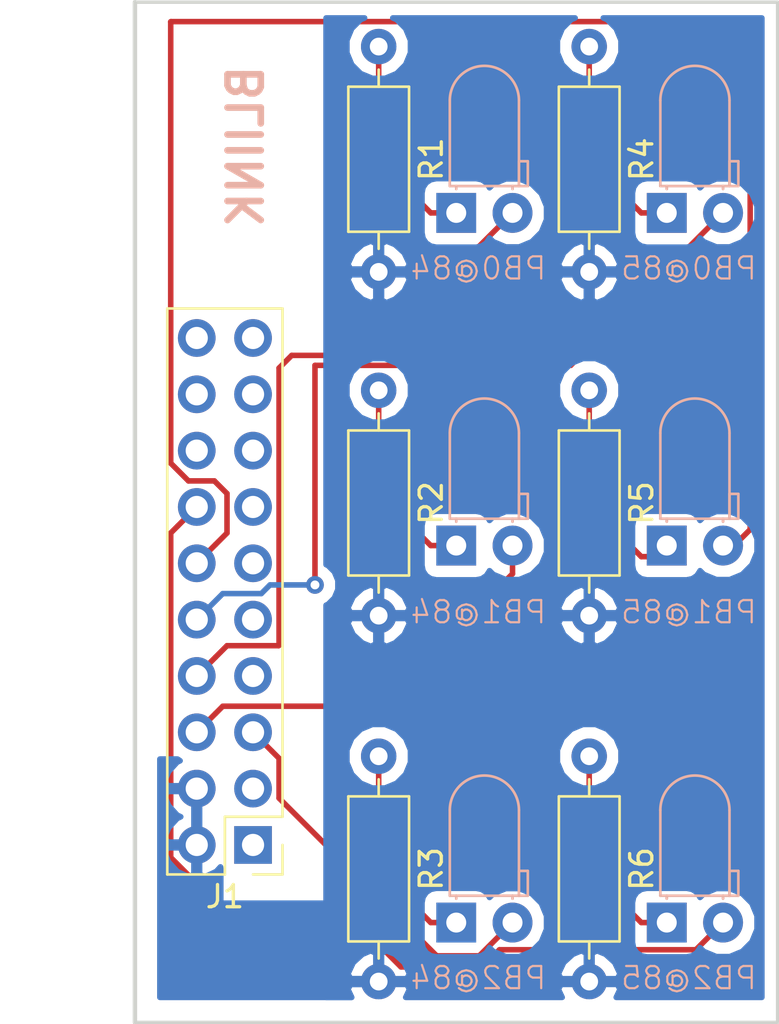
<source format=kicad_pcb>
(kicad_pcb (version 20171130) (host pcbnew 5.0.2-bee76a0~70~ubuntu18.04.1)

  (general
    (thickness 1.6)
    (drawings 11)
    (tracks 67)
    (zones 0)
    (modules 13)
    (nets 26)
  )

  (page A4)
  (layers
    (0 F.Cu signal)
    (31 B.Cu signal)
    (32 B.Adhes user)
    (33 F.Adhes user)
    (34 B.Paste user)
    (35 F.Paste user)
    (36 B.SilkS user)
    (37 F.SilkS user)
    (38 B.Mask user)
    (39 F.Mask user)
    (40 Dwgs.User user)
    (41 Cmts.User user)
    (42 Eco1.User user)
    (43 Eco2.User user)
    (44 Edge.Cuts user)
    (45 Margin user)
    (46 B.CrtYd user)
    (47 F.CrtYd user)
    (48 B.Fab user)
    (49 F.Fab user)
  )

  (setup
    (last_trace_width 0.25)
    (trace_clearance 0.2)
    (zone_clearance 0.508)
    (zone_45_only no)
    (trace_min 0.2)
    (segment_width 0.2)
    (edge_width 0.15)
    (via_size 0.8)
    (via_drill 0.4)
    (via_min_size 0.4)
    (via_min_drill 0.3)
    (uvia_size 0.3)
    (uvia_drill 0.1)
    (uvias_allowed no)
    (uvia_min_size 0.2)
    (uvia_min_drill 0.1)
    (pcb_text_width 0.3)
    (pcb_text_size 1.5 1.5)
    (mod_edge_width 0.15)
    (mod_text_size 1 1)
    (mod_text_width 0.15)
    (pad_size 1.524 1.524)
    (pad_drill 0.762)
    (pad_to_mask_clearance 0.051)
    (solder_mask_min_width 0.25)
    (aux_axis_origin 0 0)
    (visible_elements FFFFFF7F)
    (pcbplotparams
      (layerselection 0x010fc_ffffffff)
      (usegerberextensions false)
      (usegerberattributes false)
      (usegerberadvancedattributes false)
      (creategerberjobfile false)
      (excludeedgelayer true)
      (linewidth 0.100000)
      (plotframeref false)
      (viasonmask false)
      (mode 1)
      (useauxorigin false)
      (hpglpennumber 1)
      (hpglpenspeed 20)
      (hpglpendiameter 15.000000)
      (psnegative false)
      (psa4output false)
      (plotreference true)
      (plotvalue true)
      (plotinvisibletext false)
      (padsonsilk false)
      (subtractmaskfromsilk false)
      (outputformat 1)
      (mirror false)
      (drillshape 1)
      (scaleselection 1)
      (outputdirectory ""))
  )

  (net 0 "")
  (net 1 /ATtiny84_PA6)
  (net 2 GND)
  (net 3 /ATtiny84_PA7)
  (net 4 /ATtiny84_PB2)
  (net 5 /ATtiny84_PB1)
  (net 6 /ATtiny84_PA5)
  (net 7 /ATtiny84_PB0)
  (net 8 /ATtiny84_PA4)
  (net 9 /ATtiny85_PB0)
  (net 10 /ATtiny84_PA3)
  (net 11 /ATtiny85_PB1)
  (net 12 /ATtiny84_PA2)
  (net 13 /ATtiny85_PB2)
  (net 14 /ATtiny84_PA1)
  (net 15 /ATtiny85_PB4)
  (net 16 /ATtiny84_PA0)
  (net 17 /ATtiny85_PB3)
  (net 18 +5V)
  (net 19 +3V3)
  (net 20 "Net-(D1-Pad1)")
  (net 21 "Net-(D2-Pad1)")
  (net 22 "Net-(D3-Pad1)")
  (net 23 "Net-(D4-Pad1)")
  (net 24 "Net-(D5-Pad1)")
  (net 25 "Net-(D6-Pad1)")

  (net_class Default "This is the default net class."
    (clearance 0.2)
    (trace_width 0.25)
    (via_dia 0.8)
    (via_drill 0.4)
    (uvia_dia 0.3)
    (uvia_drill 0.1)
    (add_net +3V3)
    (add_net +5V)
    (add_net /ATtiny84_PA0)
    (add_net /ATtiny84_PA1)
    (add_net /ATtiny84_PA2)
    (add_net /ATtiny84_PA3)
    (add_net /ATtiny84_PA4)
    (add_net /ATtiny84_PA5)
    (add_net /ATtiny84_PA6)
    (add_net /ATtiny84_PA7)
    (add_net /ATtiny84_PB0)
    (add_net /ATtiny84_PB1)
    (add_net /ATtiny84_PB2)
    (add_net /ATtiny85_PB0)
    (add_net /ATtiny85_PB1)
    (add_net /ATtiny85_PB2)
    (add_net /ATtiny85_PB3)
    (add_net /ATtiny85_PB4)
    (add_net GND)
    (add_net "Net-(D1-Pad1)")
    (add_net "Net-(D2-Pad1)")
    (add_net "Net-(D3-Pad1)")
    (add_net "Net-(D4-Pad1)")
    (add_net "Net-(D5-Pad1)")
    (add_net "Net-(D6-Pad1)")
  )

  (module Connector_PinHeader_2.54mm:PinHeader_2x10_P2.54mm_Vertical (layer F.Cu) (tedit 59FED5CC) (tstamp 5C9C4111)
    (at 140.33 78 180)
    (descr "Through hole straight pin header, 2x10, 2.54mm pitch, double rows")
    (tags "Through hole pin header THT 2x10 2.54mm double row")
    (path /5CD86BAC)
    (fp_text reference J1 (at 1.27 -2.33 180) (layer F.SilkS)
      (effects (font (size 1 1) (thickness 0.15)))
    )
    (fp_text value "Daughter Board Connector" (at 1.27 25.19 180) (layer F.Fab)
      (effects (font (size 1 1) (thickness 0.15)))
    )
    (fp_line (start 0 -1.27) (end 3.81 -1.27) (layer F.Fab) (width 0.1))
    (fp_line (start 3.81 -1.27) (end 3.81 24.13) (layer F.Fab) (width 0.1))
    (fp_line (start 3.81 24.13) (end -1.27 24.13) (layer F.Fab) (width 0.1))
    (fp_line (start -1.27 24.13) (end -1.27 0) (layer F.Fab) (width 0.1))
    (fp_line (start -1.27 0) (end 0 -1.27) (layer F.Fab) (width 0.1))
    (fp_line (start -1.33 24.19) (end 3.87 24.19) (layer F.SilkS) (width 0.12))
    (fp_line (start -1.33 1.27) (end -1.33 24.19) (layer F.SilkS) (width 0.12))
    (fp_line (start 3.87 -1.33) (end 3.87 24.19) (layer F.SilkS) (width 0.12))
    (fp_line (start -1.33 1.27) (end 1.27 1.27) (layer F.SilkS) (width 0.12))
    (fp_line (start 1.27 1.27) (end 1.27 -1.33) (layer F.SilkS) (width 0.12))
    (fp_line (start 1.27 -1.33) (end 3.87 -1.33) (layer F.SilkS) (width 0.12))
    (fp_line (start -1.33 0) (end -1.33 -1.33) (layer F.SilkS) (width 0.12))
    (fp_line (start -1.33 -1.33) (end 0 -1.33) (layer F.SilkS) (width 0.12))
    (fp_line (start -1.8 -1.8) (end -1.8 24.65) (layer F.CrtYd) (width 0.05))
    (fp_line (start -1.8 24.65) (end 4.35 24.65) (layer F.CrtYd) (width 0.05))
    (fp_line (start 4.35 24.65) (end 4.35 -1.8) (layer F.CrtYd) (width 0.05))
    (fp_line (start 4.35 -1.8) (end -1.8 -1.8) (layer F.CrtYd) (width 0.05))
    (fp_text user %R (at 1.27 11.43 270) (layer F.Fab)
      (effects (font (size 1 1) (thickness 0.15)))
    )
    (pad 1 thru_hole rect (at 0 0 180) (size 1.7 1.7) (drill 1) (layers *.Cu *.Mask)
      (net 1 /ATtiny84_PA6))
    (pad 2 thru_hole oval (at 2.54 0 180) (size 1.7 1.7) (drill 1) (layers *.Cu *.Mask)
      (net 2 GND))
    (pad 3 thru_hole oval (at 0 2.54 180) (size 1.7 1.7) (drill 1) (layers *.Cu *.Mask)
      (net 3 /ATtiny84_PA7))
    (pad 4 thru_hole oval (at 2.54 2.54 180) (size 1.7 1.7) (drill 1) (layers *.Cu *.Mask)
      (net 2 GND))
    (pad 5 thru_hole oval (at 0 5.08 180) (size 1.7 1.7) (drill 1) (layers *.Cu *.Mask)
      (net 4 /ATtiny84_PB2))
    (pad 6 thru_hole oval (at 2.54 5.08 180) (size 1.7 1.7) (drill 1) (layers *.Cu *.Mask)
      (net 5 /ATtiny84_PB1))
    (pad 7 thru_hole oval (at 0 7.62 180) (size 1.7 1.7) (drill 1) (layers *.Cu *.Mask)
      (net 6 /ATtiny84_PA5))
    (pad 8 thru_hole oval (at 2.54 7.62 180) (size 1.7 1.7) (drill 1) (layers *.Cu *.Mask)
      (net 7 /ATtiny84_PB0))
    (pad 9 thru_hole oval (at 0 10.16 180) (size 1.7 1.7) (drill 1) (layers *.Cu *.Mask)
      (net 8 /ATtiny84_PA4))
    (pad 10 thru_hole oval (at 2.54 10.16 180) (size 1.7 1.7) (drill 1) (layers *.Cu *.Mask)
      (net 9 /ATtiny85_PB0))
    (pad 11 thru_hole oval (at 0 12.7 180) (size 1.7 1.7) (drill 1) (layers *.Cu *.Mask)
      (net 10 /ATtiny84_PA3))
    (pad 12 thru_hole oval (at 2.54 12.7 180) (size 1.7 1.7) (drill 1) (layers *.Cu *.Mask)
      (net 11 /ATtiny85_PB1))
    (pad 13 thru_hole oval (at 0 15.24 180) (size 1.7 1.7) (drill 1) (layers *.Cu *.Mask)
      (net 12 /ATtiny84_PA2))
    (pad 14 thru_hole oval (at 2.54 15.24 180) (size 1.7 1.7) (drill 1) (layers *.Cu *.Mask)
      (net 13 /ATtiny85_PB2))
    (pad 15 thru_hole oval (at 0 17.78 180) (size 1.7 1.7) (drill 1) (layers *.Cu *.Mask)
      (net 14 /ATtiny84_PA1))
    (pad 16 thru_hole oval (at 2.54 17.78 180) (size 1.7 1.7) (drill 1) (layers *.Cu *.Mask)
      (net 15 /ATtiny85_PB4))
    (pad 17 thru_hole oval (at 0 20.32 180) (size 1.7 1.7) (drill 1) (layers *.Cu *.Mask)
      (net 16 /ATtiny84_PA0))
    (pad 18 thru_hole oval (at 2.54 20.32 180) (size 1.7 1.7) (drill 1) (layers *.Cu *.Mask)
      (net 17 /ATtiny85_PB3))
    (pad 19 thru_hole oval (at 0 22.86 180) (size 1.7 1.7) (drill 1) (layers *.Cu *.Mask)
      (net 18 +5V))
    (pad 20 thru_hole oval (at 2.54 22.86 180) (size 1.7 1.7) (drill 1) (layers *.Cu *.Mask)
      (net 19 +3V3))
    (model ${KISYS3DMOD}/Connector_PinHeader_2.54mm.3dshapes/PinHeader_2x10_P2.54mm_Vertical.wrl
      (at (xyz 0 0 0))
      (scale (xyz 1 1 1))
      (rotate (xyz 0 0 0))
    )
  )

  (module LED_THT:LED_D3.0mm_Horizontal_O1.27mm_Z2.0mm (layer B.Cu) (tedit 5C918221) (tstamp 5C9DBDB5)
    (at 149.5 49.5)
    (descr "LED, diameter 3.0mm z-position of LED center 2.0mm, 2 pins")
    (tags "LED diameter 3.0mm z-position of LED center 2.0mm 2 pins")
    (path /5C94A7DE)
    (fp_text reference D1 (at 1.27 1.96) (layer B.SilkS) hide
      (effects (font (size 1 1) (thickness 0.15)) (justify mirror))
    )
    (fp_text value LED (at 1.27 -7.63) (layer B.Fab)
      (effects (font (size 1 1) (thickness 0.15)) (justify mirror))
    )
    (fp_line (start 3.75 1.25) (end -1.25 1.25) (layer B.CrtYd) (width 0.05))
    (fp_line (start 3.75 -6.9) (end 3.75 1.25) (layer B.CrtYd) (width 0.05))
    (fp_line (start -1.25 -6.9) (end 3.75 -6.9) (layer B.CrtYd) (width 0.05))
    (fp_line (start -1.25 1.25) (end -1.25 -6.9) (layer B.CrtYd) (width 0.05))
    (fp_line (start 2.54 -1.08) (end 2.54 -1.08) (layer B.SilkS) (width 0.12))
    (fp_line (start 2.54 -1.21) (end 2.54 -1.08) (layer B.SilkS) (width 0.12))
    (fp_line (start 2.54 -1.21) (end 2.54 -1.21) (layer B.SilkS) (width 0.12))
    (fp_line (start 2.54 -1.08) (end 2.54 -1.21) (layer B.SilkS) (width 0.12))
    (fp_line (start 0 -1.08) (end 0 -1.08) (layer B.SilkS) (width 0.12))
    (fp_line (start 0 -1.21) (end 0 -1.08) (layer B.SilkS) (width 0.12))
    (fp_line (start 0 -1.21) (end 0 -1.21) (layer B.SilkS) (width 0.12))
    (fp_line (start 0 -1.08) (end 0 -1.21) (layer B.SilkS) (width 0.12))
    (fp_line (start 2.83 -1.21) (end 3.23 -1.21) (layer B.SilkS) (width 0.12))
    (fp_line (start 2.83 -2.33) (end 2.83 -1.21) (layer B.SilkS) (width 0.12))
    (fp_line (start 3.23 -2.33) (end 2.83 -2.33) (layer B.SilkS) (width 0.12))
    (fp_line (start 3.23 -1.21) (end 3.23 -2.33) (layer B.SilkS) (width 0.12))
    (fp_line (start -0.29 -1.21) (end 2.83 -1.21) (layer B.SilkS) (width 0.12))
    (fp_line (start 2.83 -1.21) (end 2.83 -5.07) (layer B.SilkS) (width 0.12))
    (fp_line (start -0.29 -1.21) (end -0.29 -5.07) (layer B.SilkS) (width 0.12))
    (fp_line (start 2.54 0) (end 2.54 0) (layer B.Fab) (width 0.1))
    (fp_line (start 2.54 -1.27) (end 2.54 0) (layer B.Fab) (width 0.1))
    (fp_line (start 2.54 -1.27) (end 2.54 -1.27) (layer B.Fab) (width 0.1))
    (fp_line (start 2.54 0) (end 2.54 -1.27) (layer B.Fab) (width 0.1))
    (fp_line (start 0 0) (end 0 0) (layer B.Fab) (width 0.1))
    (fp_line (start 0 -1.27) (end 0 0) (layer B.Fab) (width 0.1))
    (fp_line (start 0 -1.27) (end 0 -1.27) (layer B.Fab) (width 0.1))
    (fp_line (start 0 0) (end 0 -1.27) (layer B.Fab) (width 0.1))
    (fp_line (start 2.77 -1.27) (end 3.17 -1.27) (layer B.Fab) (width 0.1))
    (fp_line (start 2.77 -2.27) (end 2.77 -1.27) (layer B.Fab) (width 0.1))
    (fp_line (start 3.17 -2.27) (end 2.77 -2.27) (layer B.Fab) (width 0.1))
    (fp_line (start 3.17 -1.27) (end 3.17 -2.27) (layer B.Fab) (width 0.1))
    (fp_line (start -0.23 -1.27) (end 2.77 -1.27) (layer B.Fab) (width 0.1))
    (fp_line (start 2.77 -1.27) (end 2.77 -5.07) (layer B.Fab) (width 0.1))
    (fp_line (start -0.23 -1.27) (end -0.23 -5.07) (layer B.Fab) (width 0.1))
    (fp_arc (start 1.27 -5.07) (end -0.29 -5.07) (angle 180) (layer B.SilkS) (width 0.12))
    (fp_arc (start 1.27 -5.07) (end -0.23 -5.07) (angle 180) (layer B.Fab) (width 0.1))
    (pad 2 thru_hole circle (at 2.54 0) (size 1.8 1.8) (drill 0.9) (layers *.Cu *.Mask)
      (net 7 /ATtiny84_PB0))
    (pad 1 thru_hole rect (at 0 0) (size 1.8 1.8) (drill 0.9) (layers *.Cu *.Mask)
      (net 20 "Net-(D1-Pad1)"))
    (model ${KISYS3DMOD}/LED_THT.3dshapes/LED_D3.0mm_Horizontal_O1.27mm_Z2.0mm.wrl
      (at (xyz 0 0 0))
      (scale (xyz 1 1 1))
      (rotate (xyz 0 0 0))
    )
  )

  (module LED_THT:LED_D3.0mm_Horizontal_O1.27mm_Z2.0mm (layer B.Cu) (tedit 5C9182A5) (tstamp 5C9DBDDF)
    (at 149.5 64.5)
    (descr "LED, diameter 3.0mm z-position of LED center 2.0mm, 2 pins")
    (tags "LED diameter 3.0mm z-position of LED center 2.0mm 2 pins")
    (path /5C947C31)
    (fp_text reference D2 (at 1.27 1.96) (layer B.SilkS) hide
      (effects (font (size 1 1) (thickness 0.15)) (justify mirror))
    )
    (fp_text value LED (at 1.27 -7.63) (layer B.Fab)
      (effects (font (size 1 1) (thickness 0.15)) (justify mirror))
    )
    (fp_arc (start 1.27 -5.07) (end -0.23 -5.07) (angle 180) (layer B.Fab) (width 0.1))
    (fp_arc (start 1.27 -5.07) (end -0.29 -5.07) (angle 180) (layer B.SilkS) (width 0.12))
    (fp_line (start -0.23 -1.27) (end -0.23 -5.07) (layer B.Fab) (width 0.1))
    (fp_line (start 2.77 -1.27) (end 2.77 -5.07) (layer B.Fab) (width 0.1))
    (fp_line (start -0.23 -1.27) (end 2.77 -1.27) (layer B.Fab) (width 0.1))
    (fp_line (start 3.17 -1.27) (end 3.17 -2.27) (layer B.Fab) (width 0.1))
    (fp_line (start 3.17 -2.27) (end 2.77 -2.27) (layer B.Fab) (width 0.1))
    (fp_line (start 2.77 -2.27) (end 2.77 -1.27) (layer B.Fab) (width 0.1))
    (fp_line (start 2.77 -1.27) (end 3.17 -1.27) (layer B.Fab) (width 0.1))
    (fp_line (start 0 0) (end 0 -1.27) (layer B.Fab) (width 0.1))
    (fp_line (start 0 -1.27) (end 0 -1.27) (layer B.Fab) (width 0.1))
    (fp_line (start 0 -1.27) (end 0 0) (layer B.Fab) (width 0.1))
    (fp_line (start 0 0) (end 0 0) (layer B.Fab) (width 0.1))
    (fp_line (start 2.54 0) (end 2.54 -1.27) (layer B.Fab) (width 0.1))
    (fp_line (start 2.54 -1.27) (end 2.54 -1.27) (layer B.Fab) (width 0.1))
    (fp_line (start 2.54 -1.27) (end 2.54 0) (layer B.Fab) (width 0.1))
    (fp_line (start 2.54 0) (end 2.54 0) (layer B.Fab) (width 0.1))
    (fp_line (start -0.29 -1.21) (end -0.29 -5.07) (layer B.SilkS) (width 0.12))
    (fp_line (start 2.83 -1.21) (end 2.83 -5.07) (layer B.SilkS) (width 0.12))
    (fp_line (start -0.29 -1.21) (end 2.83 -1.21) (layer B.SilkS) (width 0.12))
    (fp_line (start 3.23 -1.21) (end 3.23 -2.33) (layer B.SilkS) (width 0.12))
    (fp_line (start 3.23 -2.33) (end 2.83 -2.33) (layer B.SilkS) (width 0.12))
    (fp_line (start 2.83 -2.33) (end 2.83 -1.21) (layer B.SilkS) (width 0.12))
    (fp_line (start 2.83 -1.21) (end 3.23 -1.21) (layer B.SilkS) (width 0.12))
    (fp_line (start 0 -1.08) (end 0 -1.21) (layer B.SilkS) (width 0.12))
    (fp_line (start 0 -1.21) (end 0 -1.21) (layer B.SilkS) (width 0.12))
    (fp_line (start 0 -1.21) (end 0 -1.08) (layer B.SilkS) (width 0.12))
    (fp_line (start 0 -1.08) (end 0 -1.08) (layer B.SilkS) (width 0.12))
    (fp_line (start 2.54 -1.08) (end 2.54 -1.21) (layer B.SilkS) (width 0.12))
    (fp_line (start 2.54 -1.21) (end 2.54 -1.21) (layer B.SilkS) (width 0.12))
    (fp_line (start 2.54 -1.21) (end 2.54 -1.08) (layer B.SilkS) (width 0.12))
    (fp_line (start 2.54 -1.08) (end 2.54 -1.08) (layer B.SilkS) (width 0.12))
    (fp_line (start -1.25 1.25) (end -1.25 -6.9) (layer B.CrtYd) (width 0.05))
    (fp_line (start -1.25 -6.9) (end 3.75 -6.9) (layer B.CrtYd) (width 0.05))
    (fp_line (start 3.75 -6.9) (end 3.75 1.25) (layer B.CrtYd) (width 0.05))
    (fp_line (start 3.75 1.25) (end -1.25 1.25) (layer B.CrtYd) (width 0.05))
    (pad 1 thru_hole rect (at 0 0) (size 1.8 1.8) (drill 0.9) (layers *.Cu *.Mask)
      (net 21 "Net-(D2-Pad1)"))
    (pad 2 thru_hole circle (at 2.54 0) (size 1.8 1.8) (drill 0.9) (layers *.Cu *.Mask)
      (net 5 /ATtiny84_PB1))
    (model ${KISYS3DMOD}/LED_THT.3dshapes/LED_D3.0mm_Horizontal_O1.27mm_Z2.0mm.wrl
      (at (xyz 0 0 0))
      (scale (xyz 1 1 1))
      (rotate (xyz 0 0 0))
    )
  )

  (module LED_THT:LED_D3.0mm_Horizontal_O1.27mm_Z2.0mm (layer B.Cu) (tedit 5C918326) (tstamp 5C9DBE09)
    (at 149.5 81.5)
    (descr "LED, diameter 3.0mm z-position of LED center 2.0mm, 2 pins")
    (tags "LED diameter 3.0mm z-position of LED center 2.0mm 2 pins")
    (path /5C9495EF)
    (fp_text reference D3 (at 1.27 1.96) (layer B.SilkS) hide
      (effects (font (size 1 1) (thickness 0.15)) (justify mirror))
    )
    (fp_text value LED (at 1.27 -7.63) (layer B.Fab)
      (effects (font (size 1 1) (thickness 0.15)) (justify mirror))
    )
    (fp_line (start 3.75 1.25) (end -1.25 1.25) (layer B.CrtYd) (width 0.05))
    (fp_line (start 3.75 -6.9) (end 3.75 1.25) (layer B.CrtYd) (width 0.05))
    (fp_line (start -1.25 -6.9) (end 3.75 -6.9) (layer B.CrtYd) (width 0.05))
    (fp_line (start -1.25 1.25) (end -1.25 -6.9) (layer B.CrtYd) (width 0.05))
    (fp_line (start 2.54 -1.08) (end 2.54 -1.08) (layer B.SilkS) (width 0.12))
    (fp_line (start 2.54 -1.21) (end 2.54 -1.08) (layer B.SilkS) (width 0.12))
    (fp_line (start 2.54 -1.21) (end 2.54 -1.21) (layer B.SilkS) (width 0.12))
    (fp_line (start 2.54 -1.08) (end 2.54 -1.21) (layer B.SilkS) (width 0.12))
    (fp_line (start 0 -1.08) (end 0 -1.08) (layer B.SilkS) (width 0.12))
    (fp_line (start 0 -1.21) (end 0 -1.08) (layer B.SilkS) (width 0.12))
    (fp_line (start 0 -1.21) (end 0 -1.21) (layer B.SilkS) (width 0.12))
    (fp_line (start 0 -1.08) (end 0 -1.21) (layer B.SilkS) (width 0.12))
    (fp_line (start 2.83 -1.21) (end 3.23 -1.21) (layer B.SilkS) (width 0.12))
    (fp_line (start 2.83 -2.33) (end 2.83 -1.21) (layer B.SilkS) (width 0.12))
    (fp_line (start 3.23 -2.33) (end 2.83 -2.33) (layer B.SilkS) (width 0.12))
    (fp_line (start 3.23 -1.21) (end 3.23 -2.33) (layer B.SilkS) (width 0.12))
    (fp_line (start -0.29 -1.21) (end 2.83 -1.21) (layer B.SilkS) (width 0.12))
    (fp_line (start 2.83 -1.21) (end 2.83 -5.07) (layer B.SilkS) (width 0.12))
    (fp_line (start -0.29 -1.21) (end -0.29 -5.07) (layer B.SilkS) (width 0.12))
    (fp_line (start 2.54 0) (end 2.54 0) (layer B.Fab) (width 0.1))
    (fp_line (start 2.54 -1.27) (end 2.54 0) (layer B.Fab) (width 0.1))
    (fp_line (start 2.54 -1.27) (end 2.54 -1.27) (layer B.Fab) (width 0.1))
    (fp_line (start 2.54 0) (end 2.54 -1.27) (layer B.Fab) (width 0.1))
    (fp_line (start 0 0) (end 0 0) (layer B.Fab) (width 0.1))
    (fp_line (start 0 -1.27) (end 0 0) (layer B.Fab) (width 0.1))
    (fp_line (start 0 -1.27) (end 0 -1.27) (layer B.Fab) (width 0.1))
    (fp_line (start 0 0) (end 0 -1.27) (layer B.Fab) (width 0.1))
    (fp_line (start 2.77 -1.27) (end 3.17 -1.27) (layer B.Fab) (width 0.1))
    (fp_line (start 2.77 -2.27) (end 2.77 -1.27) (layer B.Fab) (width 0.1))
    (fp_line (start 3.17 -2.27) (end 2.77 -2.27) (layer B.Fab) (width 0.1))
    (fp_line (start 3.17 -1.27) (end 3.17 -2.27) (layer B.Fab) (width 0.1))
    (fp_line (start -0.23 -1.27) (end 2.77 -1.27) (layer B.Fab) (width 0.1))
    (fp_line (start 2.77 -1.27) (end 2.77 -5.07) (layer B.Fab) (width 0.1))
    (fp_line (start -0.23 -1.27) (end -0.23 -5.07) (layer B.Fab) (width 0.1))
    (fp_arc (start 1.27 -5.07) (end -0.29 -5.07) (angle 180) (layer B.SilkS) (width 0.12))
    (fp_arc (start 1.27 -5.07) (end -0.23 -5.07) (angle 180) (layer B.Fab) (width 0.1))
    (pad 2 thru_hole circle (at 2.54 0) (size 1.8 1.8) (drill 0.9) (layers *.Cu *.Mask)
      (net 4 /ATtiny84_PB2))
    (pad 1 thru_hole rect (at 0 0) (size 1.8 1.8) (drill 0.9) (layers *.Cu *.Mask)
      (net 22 "Net-(D3-Pad1)"))
    (model ${KISYS3DMOD}/LED_THT.3dshapes/LED_D3.0mm_Horizontal_O1.27mm_Z2.0mm.wrl
      (at (xyz 0 0 0))
      (scale (xyz 1 1 1))
      (rotate (xyz 0 0 0))
    )
  )

  (module LED_THT:LED_D3.0mm_Horizontal_O1.27mm_Z2.0mm (layer B.Cu) (tedit 5C91824A) (tstamp 5C9DBE33)
    (at 159 49.5)
    (descr "LED, diameter 3.0mm z-position of LED center 2.0mm, 2 pins")
    (tags "LED diameter 3.0mm z-position of LED center 2.0mm 2 pins")
    (path /5C9498EE)
    (fp_text reference D4 (at 1.27 1.96) (layer B.SilkS) hide
      (effects (font (size 1 1) (thickness 0.15)) (justify mirror))
    )
    (fp_text value LED (at 1.27 -7.63) (layer B.Fab)
      (effects (font (size 1 1) (thickness 0.15)) (justify mirror))
    )
    (fp_arc (start 1.27 -5.07) (end -0.23 -5.07) (angle 180) (layer B.Fab) (width 0.1))
    (fp_arc (start 1.27 -5.07) (end -0.29 -5.07) (angle 180) (layer B.SilkS) (width 0.12))
    (fp_line (start -0.23 -1.27) (end -0.23 -5.07) (layer B.Fab) (width 0.1))
    (fp_line (start 2.77 -1.27) (end 2.77 -5.07) (layer B.Fab) (width 0.1))
    (fp_line (start -0.23 -1.27) (end 2.77 -1.27) (layer B.Fab) (width 0.1))
    (fp_line (start 3.17 -1.27) (end 3.17 -2.27) (layer B.Fab) (width 0.1))
    (fp_line (start 3.17 -2.27) (end 2.77 -2.27) (layer B.Fab) (width 0.1))
    (fp_line (start 2.77 -2.27) (end 2.77 -1.27) (layer B.Fab) (width 0.1))
    (fp_line (start 2.77 -1.27) (end 3.17 -1.27) (layer B.Fab) (width 0.1))
    (fp_line (start 0 0) (end 0 -1.27) (layer B.Fab) (width 0.1))
    (fp_line (start 0 -1.27) (end 0 -1.27) (layer B.Fab) (width 0.1))
    (fp_line (start 0 -1.27) (end 0 0) (layer B.Fab) (width 0.1))
    (fp_line (start 0 0) (end 0 0) (layer B.Fab) (width 0.1))
    (fp_line (start 2.54 0) (end 2.54 -1.27) (layer B.Fab) (width 0.1))
    (fp_line (start 2.54 -1.27) (end 2.54 -1.27) (layer B.Fab) (width 0.1))
    (fp_line (start 2.54 -1.27) (end 2.54 0) (layer B.Fab) (width 0.1))
    (fp_line (start 2.54 0) (end 2.54 0) (layer B.Fab) (width 0.1))
    (fp_line (start -0.29 -1.21) (end -0.29 -5.07) (layer B.SilkS) (width 0.12))
    (fp_line (start 2.83 -1.21) (end 2.83 -5.07) (layer B.SilkS) (width 0.12))
    (fp_line (start -0.29 -1.21) (end 2.83 -1.21) (layer B.SilkS) (width 0.12))
    (fp_line (start 3.23 -1.21) (end 3.23 -2.33) (layer B.SilkS) (width 0.12))
    (fp_line (start 3.23 -2.33) (end 2.83 -2.33) (layer B.SilkS) (width 0.12))
    (fp_line (start 2.83 -2.33) (end 2.83 -1.21) (layer B.SilkS) (width 0.12))
    (fp_line (start 2.83 -1.21) (end 3.23 -1.21) (layer B.SilkS) (width 0.12))
    (fp_line (start 0 -1.08) (end 0 -1.21) (layer B.SilkS) (width 0.12))
    (fp_line (start 0 -1.21) (end 0 -1.21) (layer B.SilkS) (width 0.12))
    (fp_line (start 0 -1.21) (end 0 -1.08) (layer B.SilkS) (width 0.12))
    (fp_line (start 0 -1.08) (end 0 -1.08) (layer B.SilkS) (width 0.12))
    (fp_line (start 2.54 -1.08) (end 2.54 -1.21) (layer B.SilkS) (width 0.12))
    (fp_line (start 2.54 -1.21) (end 2.54 -1.21) (layer B.SilkS) (width 0.12))
    (fp_line (start 2.54 -1.21) (end 2.54 -1.08) (layer B.SilkS) (width 0.12))
    (fp_line (start 2.54 -1.08) (end 2.54 -1.08) (layer B.SilkS) (width 0.12))
    (fp_line (start -1.25 1.25) (end -1.25 -6.9) (layer B.CrtYd) (width 0.05))
    (fp_line (start -1.25 -6.9) (end 3.75 -6.9) (layer B.CrtYd) (width 0.05))
    (fp_line (start 3.75 -6.9) (end 3.75 1.25) (layer B.CrtYd) (width 0.05))
    (fp_line (start 3.75 1.25) (end -1.25 1.25) (layer B.CrtYd) (width 0.05))
    (pad 1 thru_hole rect (at 0 0) (size 1.8 1.8) (drill 0.9) (layers *.Cu *.Mask)
      (net 23 "Net-(D4-Pad1)"))
    (pad 2 thru_hole circle (at 2.54 0) (size 1.8 1.8) (drill 0.9) (layers *.Cu *.Mask)
      (net 9 /ATtiny85_PB0))
    (model ${KISYS3DMOD}/LED_THT.3dshapes/LED_D3.0mm_Horizontal_O1.27mm_Z2.0mm.wrl
      (at (xyz 0 0 0))
      (scale (xyz 1 1 1))
      (rotate (xyz 0 0 0))
    )
  )

  (module LED_THT:LED_D3.0mm_Horizontal_O1.27mm_Z2.0mm (layer B.Cu) (tedit 5C9182E1) (tstamp 5C9DBE5D)
    (at 159 64.5)
    (descr "LED, diameter 3.0mm z-position of LED center 2.0mm, 2 pins")
    (tags "LED diameter 3.0mm z-position of LED center 2.0mm 2 pins")
    (path /5C949F75)
    (fp_text reference D5 (at 1.27 1.96) (layer B.SilkS) hide
      (effects (font (size 1 1) (thickness 0.15)) (justify mirror))
    )
    (fp_text value LED (at 1.27 -7.63) (layer B.Fab)
      (effects (font (size 1 1) (thickness 0.15)) (justify mirror))
    )
    (fp_line (start 3.75 1.25) (end -1.25 1.25) (layer B.CrtYd) (width 0.05))
    (fp_line (start 3.75 -6.9) (end 3.75 1.25) (layer B.CrtYd) (width 0.05))
    (fp_line (start -1.25 -6.9) (end 3.75 -6.9) (layer B.CrtYd) (width 0.05))
    (fp_line (start -1.25 1.25) (end -1.25 -6.9) (layer B.CrtYd) (width 0.05))
    (fp_line (start 2.54 -1.08) (end 2.54 -1.08) (layer B.SilkS) (width 0.12))
    (fp_line (start 2.54 -1.21) (end 2.54 -1.08) (layer B.SilkS) (width 0.12))
    (fp_line (start 2.54 -1.21) (end 2.54 -1.21) (layer B.SilkS) (width 0.12))
    (fp_line (start 2.54 -1.08) (end 2.54 -1.21) (layer B.SilkS) (width 0.12))
    (fp_line (start 0 -1.08) (end 0 -1.08) (layer B.SilkS) (width 0.12))
    (fp_line (start 0 -1.21) (end 0 -1.08) (layer B.SilkS) (width 0.12))
    (fp_line (start 0 -1.21) (end 0 -1.21) (layer B.SilkS) (width 0.12))
    (fp_line (start 0 -1.08) (end 0 -1.21) (layer B.SilkS) (width 0.12))
    (fp_line (start 2.83 -1.21) (end 3.23 -1.21) (layer B.SilkS) (width 0.12))
    (fp_line (start 2.83 -2.33) (end 2.83 -1.21) (layer B.SilkS) (width 0.12))
    (fp_line (start 3.23 -2.33) (end 2.83 -2.33) (layer B.SilkS) (width 0.12))
    (fp_line (start 3.23 -1.21) (end 3.23 -2.33) (layer B.SilkS) (width 0.12))
    (fp_line (start -0.29 -1.21) (end 2.83 -1.21) (layer B.SilkS) (width 0.12))
    (fp_line (start 2.83 -1.21) (end 2.83 -5.07) (layer B.SilkS) (width 0.12))
    (fp_line (start -0.29 -1.21) (end -0.29 -5.07) (layer B.SilkS) (width 0.12))
    (fp_line (start 2.54 0) (end 2.54 0) (layer B.Fab) (width 0.1))
    (fp_line (start 2.54 -1.27) (end 2.54 0) (layer B.Fab) (width 0.1))
    (fp_line (start 2.54 -1.27) (end 2.54 -1.27) (layer B.Fab) (width 0.1))
    (fp_line (start 2.54 0) (end 2.54 -1.27) (layer B.Fab) (width 0.1))
    (fp_line (start 0 0) (end 0 0) (layer B.Fab) (width 0.1))
    (fp_line (start 0 -1.27) (end 0 0) (layer B.Fab) (width 0.1))
    (fp_line (start 0 -1.27) (end 0 -1.27) (layer B.Fab) (width 0.1))
    (fp_line (start 0 0) (end 0 -1.27) (layer B.Fab) (width 0.1))
    (fp_line (start 2.77 -1.27) (end 3.17 -1.27) (layer B.Fab) (width 0.1))
    (fp_line (start 2.77 -2.27) (end 2.77 -1.27) (layer B.Fab) (width 0.1))
    (fp_line (start 3.17 -2.27) (end 2.77 -2.27) (layer B.Fab) (width 0.1))
    (fp_line (start 3.17 -1.27) (end 3.17 -2.27) (layer B.Fab) (width 0.1))
    (fp_line (start -0.23 -1.27) (end 2.77 -1.27) (layer B.Fab) (width 0.1))
    (fp_line (start 2.77 -1.27) (end 2.77 -5.07) (layer B.Fab) (width 0.1))
    (fp_line (start -0.23 -1.27) (end -0.23 -5.07) (layer B.Fab) (width 0.1))
    (fp_arc (start 1.27 -5.07) (end -0.29 -5.07) (angle 180) (layer B.SilkS) (width 0.12))
    (fp_arc (start 1.27 -5.07) (end -0.23 -5.07) (angle 180) (layer B.Fab) (width 0.1))
    (pad 2 thru_hole circle (at 2.54 0) (size 1.8 1.8) (drill 0.9) (layers *.Cu *.Mask)
      (net 11 /ATtiny85_PB1))
    (pad 1 thru_hole rect (at 0 0) (size 1.8 1.8) (drill 0.9) (layers *.Cu *.Mask)
      (net 24 "Net-(D5-Pad1)"))
    (model ${KISYS3DMOD}/LED_THT.3dshapes/LED_D3.0mm_Horizontal_O1.27mm_Z2.0mm.wrl
      (at (xyz 0 0 0))
      (scale (xyz 1 1 1))
      (rotate (xyz 0 0 0))
    )
  )

  (module LED_THT:LED_D3.0mm_Horizontal_O1.27mm_Z2.0mm (layer B.Cu) (tedit 5C918307) (tstamp 5C9DBE87)
    (at 159 81.5)
    (descr "LED, diameter 3.0mm z-position of LED center 2.0mm, 2 pins")
    (tags "LED diameter 3.0mm z-position of LED center 2.0mm 2 pins")
    (path /5C94A322)
    (fp_text reference D6 (at 1.27 1.96) (layer B.SilkS) hide
      (effects (font (size 1 1) (thickness 0.15)) (justify mirror))
    )
    (fp_text value LED (at 1.27 -7.63) (layer B.Fab)
      (effects (font (size 1 1) (thickness 0.15)) (justify mirror))
    )
    (fp_arc (start 1.27 -5.07) (end -0.23 -5.07) (angle 180) (layer B.Fab) (width 0.1))
    (fp_arc (start 1.27 -5.07) (end -0.29 -5.07) (angle 180) (layer B.SilkS) (width 0.12))
    (fp_line (start -0.23 -1.27) (end -0.23 -5.07) (layer B.Fab) (width 0.1))
    (fp_line (start 2.77 -1.27) (end 2.77 -5.07) (layer B.Fab) (width 0.1))
    (fp_line (start -0.23 -1.27) (end 2.77 -1.27) (layer B.Fab) (width 0.1))
    (fp_line (start 3.17 -1.27) (end 3.17 -2.27) (layer B.Fab) (width 0.1))
    (fp_line (start 3.17 -2.27) (end 2.77 -2.27) (layer B.Fab) (width 0.1))
    (fp_line (start 2.77 -2.27) (end 2.77 -1.27) (layer B.Fab) (width 0.1))
    (fp_line (start 2.77 -1.27) (end 3.17 -1.27) (layer B.Fab) (width 0.1))
    (fp_line (start 0 0) (end 0 -1.27) (layer B.Fab) (width 0.1))
    (fp_line (start 0 -1.27) (end 0 -1.27) (layer B.Fab) (width 0.1))
    (fp_line (start 0 -1.27) (end 0 0) (layer B.Fab) (width 0.1))
    (fp_line (start 0 0) (end 0 0) (layer B.Fab) (width 0.1))
    (fp_line (start 2.54 0) (end 2.54 -1.27) (layer B.Fab) (width 0.1))
    (fp_line (start 2.54 -1.27) (end 2.54 -1.27) (layer B.Fab) (width 0.1))
    (fp_line (start 2.54 -1.27) (end 2.54 0) (layer B.Fab) (width 0.1))
    (fp_line (start 2.54 0) (end 2.54 0) (layer B.Fab) (width 0.1))
    (fp_line (start -0.29 -1.21) (end -0.29 -5.07) (layer B.SilkS) (width 0.12))
    (fp_line (start 2.83 -1.21) (end 2.83 -5.07) (layer B.SilkS) (width 0.12))
    (fp_line (start -0.29 -1.21) (end 2.83 -1.21) (layer B.SilkS) (width 0.12))
    (fp_line (start 3.23 -1.21) (end 3.23 -2.33) (layer B.SilkS) (width 0.12))
    (fp_line (start 3.23 -2.33) (end 2.83 -2.33) (layer B.SilkS) (width 0.12))
    (fp_line (start 2.83 -2.33) (end 2.83 -1.21) (layer B.SilkS) (width 0.12))
    (fp_line (start 2.83 -1.21) (end 3.23 -1.21) (layer B.SilkS) (width 0.12))
    (fp_line (start 0 -1.08) (end 0 -1.21) (layer B.SilkS) (width 0.12))
    (fp_line (start 0 -1.21) (end 0 -1.21) (layer B.SilkS) (width 0.12))
    (fp_line (start 0 -1.21) (end 0 -1.08) (layer B.SilkS) (width 0.12))
    (fp_line (start 0 -1.08) (end 0 -1.08) (layer B.SilkS) (width 0.12))
    (fp_line (start 2.54 -1.08) (end 2.54 -1.21) (layer B.SilkS) (width 0.12))
    (fp_line (start 2.54 -1.21) (end 2.54 -1.21) (layer B.SilkS) (width 0.12))
    (fp_line (start 2.54 -1.21) (end 2.54 -1.08) (layer B.SilkS) (width 0.12))
    (fp_line (start 2.54 -1.08) (end 2.54 -1.08) (layer B.SilkS) (width 0.12))
    (fp_line (start -1.25 1.25) (end -1.25 -6.9) (layer B.CrtYd) (width 0.05))
    (fp_line (start -1.25 -6.9) (end 3.75 -6.9) (layer B.CrtYd) (width 0.05))
    (fp_line (start 3.75 -6.9) (end 3.75 1.25) (layer B.CrtYd) (width 0.05))
    (fp_line (start 3.75 1.25) (end -1.25 1.25) (layer B.CrtYd) (width 0.05))
    (pad 1 thru_hole rect (at 0 0) (size 1.8 1.8) (drill 0.9) (layers *.Cu *.Mask)
      (net 25 "Net-(D6-Pad1)"))
    (pad 2 thru_hole circle (at 2.54 0) (size 1.8 1.8) (drill 0.9) (layers *.Cu *.Mask)
      (net 13 /ATtiny85_PB2))
    (model ${KISYS3DMOD}/LED_THT.3dshapes/LED_D3.0mm_Horizontal_O1.27mm_Z2.0mm.wrl
      (at (xyz 0 0 0))
      (scale (xyz 1 1 1))
      (rotate (xyz 0 0 0))
    )
  )

  (module Resistor_THT:R_Axial_DIN0207_L6.3mm_D2.5mm_P10.16mm_Horizontal (layer F.Cu) (tedit 5AE5139B) (tstamp 5C9DBE9E)
    (at 146 42 270)
    (descr "Resistor, Axial_DIN0207 series, Axial, Horizontal, pin pitch=10.16mm, 0.25W = 1/4W, length*diameter=6.3*2.5mm^2, http://cdn-reichelt.de/documents/datenblatt/B400/1_4W%23YAG.pdf")
    (tags "Resistor Axial_DIN0207 series Axial Horizontal pin pitch 10.16mm 0.25W = 1/4W length 6.3mm diameter 2.5mm")
    (path /5C94A7E5)
    (fp_text reference R1 (at 5.08 -2.37 270) (layer F.SilkS)
      (effects (font (size 1 1) (thickness 0.15)))
    )
    (fp_text value 330 (at 5.08 2.37 270) (layer F.Fab)
      (effects (font (size 1 1) (thickness 0.15)))
    )
    (fp_text user %R (at 5.08 0 270) (layer F.Fab)
      (effects (font (size 1 1) (thickness 0.15)))
    )
    (fp_line (start 11.21 -1.5) (end -1.05 -1.5) (layer F.CrtYd) (width 0.05))
    (fp_line (start 11.21 1.5) (end 11.21 -1.5) (layer F.CrtYd) (width 0.05))
    (fp_line (start -1.05 1.5) (end 11.21 1.5) (layer F.CrtYd) (width 0.05))
    (fp_line (start -1.05 -1.5) (end -1.05 1.5) (layer F.CrtYd) (width 0.05))
    (fp_line (start 9.12 0) (end 8.35 0) (layer F.SilkS) (width 0.12))
    (fp_line (start 1.04 0) (end 1.81 0) (layer F.SilkS) (width 0.12))
    (fp_line (start 8.35 -1.37) (end 1.81 -1.37) (layer F.SilkS) (width 0.12))
    (fp_line (start 8.35 1.37) (end 8.35 -1.37) (layer F.SilkS) (width 0.12))
    (fp_line (start 1.81 1.37) (end 8.35 1.37) (layer F.SilkS) (width 0.12))
    (fp_line (start 1.81 -1.37) (end 1.81 1.37) (layer F.SilkS) (width 0.12))
    (fp_line (start 10.16 0) (end 8.23 0) (layer F.Fab) (width 0.1))
    (fp_line (start 0 0) (end 1.93 0) (layer F.Fab) (width 0.1))
    (fp_line (start 8.23 -1.25) (end 1.93 -1.25) (layer F.Fab) (width 0.1))
    (fp_line (start 8.23 1.25) (end 8.23 -1.25) (layer F.Fab) (width 0.1))
    (fp_line (start 1.93 1.25) (end 8.23 1.25) (layer F.Fab) (width 0.1))
    (fp_line (start 1.93 -1.25) (end 1.93 1.25) (layer F.Fab) (width 0.1))
    (pad 2 thru_hole oval (at 10.16 0 270) (size 1.6 1.6) (drill 0.8) (layers *.Cu *.Mask)
      (net 2 GND))
    (pad 1 thru_hole circle (at 0 0 270) (size 1.6 1.6) (drill 0.8) (layers *.Cu *.Mask)
      (net 20 "Net-(D1-Pad1)"))
    (model ${KISYS3DMOD}/Resistor_THT.3dshapes/R_Axial_DIN0207_L6.3mm_D2.5mm_P10.16mm_Horizontal.wrl
      (at (xyz 0 0 0))
      (scale (xyz 1 1 1))
      (rotate (xyz 0 0 0))
    )
  )

  (module Resistor_THT:R_Axial_DIN0207_L6.3mm_D2.5mm_P10.16mm_Horizontal (layer F.Cu) (tedit 5AE5139B) (tstamp 5C9DBEB5)
    (at 146 57.5 270)
    (descr "Resistor, Axial_DIN0207 series, Axial, Horizontal, pin pitch=10.16mm, 0.25W = 1/4W, length*diameter=6.3*2.5mm^2, http://cdn-reichelt.de/documents/datenblatt/B400/1_4W%23YAG.pdf")
    (tags "Resistor Axial_DIN0207 series Axial Horizontal pin pitch 10.16mm 0.25W = 1/4W length 6.3mm diameter 2.5mm")
    (path /5C948446)
    (fp_text reference R2 (at 5.08 -2.37 270) (layer F.SilkS)
      (effects (font (size 1 1) (thickness 0.15)))
    )
    (fp_text value 330 (at 5.08 2.37 270) (layer F.Fab)
      (effects (font (size 1 1) (thickness 0.15)))
    )
    (fp_line (start 1.93 -1.25) (end 1.93 1.25) (layer F.Fab) (width 0.1))
    (fp_line (start 1.93 1.25) (end 8.23 1.25) (layer F.Fab) (width 0.1))
    (fp_line (start 8.23 1.25) (end 8.23 -1.25) (layer F.Fab) (width 0.1))
    (fp_line (start 8.23 -1.25) (end 1.93 -1.25) (layer F.Fab) (width 0.1))
    (fp_line (start 0 0) (end 1.93 0) (layer F.Fab) (width 0.1))
    (fp_line (start 10.16 0) (end 8.23 0) (layer F.Fab) (width 0.1))
    (fp_line (start 1.81 -1.37) (end 1.81 1.37) (layer F.SilkS) (width 0.12))
    (fp_line (start 1.81 1.37) (end 8.35 1.37) (layer F.SilkS) (width 0.12))
    (fp_line (start 8.35 1.37) (end 8.35 -1.37) (layer F.SilkS) (width 0.12))
    (fp_line (start 8.35 -1.37) (end 1.81 -1.37) (layer F.SilkS) (width 0.12))
    (fp_line (start 1.04 0) (end 1.81 0) (layer F.SilkS) (width 0.12))
    (fp_line (start 9.12 0) (end 8.35 0) (layer F.SilkS) (width 0.12))
    (fp_line (start -1.05 -1.5) (end -1.05 1.5) (layer F.CrtYd) (width 0.05))
    (fp_line (start -1.05 1.5) (end 11.21 1.5) (layer F.CrtYd) (width 0.05))
    (fp_line (start 11.21 1.5) (end 11.21 -1.5) (layer F.CrtYd) (width 0.05))
    (fp_line (start 11.21 -1.5) (end -1.05 -1.5) (layer F.CrtYd) (width 0.05))
    (fp_text user %R (at 5.08 0 270) (layer F.Fab)
      (effects (font (size 1 1) (thickness 0.15)))
    )
    (pad 1 thru_hole circle (at 0 0 270) (size 1.6 1.6) (drill 0.8) (layers *.Cu *.Mask)
      (net 21 "Net-(D2-Pad1)"))
    (pad 2 thru_hole oval (at 10.16 0 270) (size 1.6 1.6) (drill 0.8) (layers *.Cu *.Mask)
      (net 2 GND))
    (model ${KISYS3DMOD}/Resistor_THT.3dshapes/R_Axial_DIN0207_L6.3mm_D2.5mm_P10.16mm_Horizontal.wrl
      (at (xyz 0 0 0))
      (scale (xyz 1 1 1))
      (rotate (xyz 0 0 0))
    )
  )

  (module Resistor_THT:R_Axial_DIN0207_L6.3mm_D2.5mm_P10.16mm_Horizontal (layer F.Cu) (tedit 5AE5139B) (tstamp 5C9DBECC)
    (at 146 74 270)
    (descr "Resistor, Axial_DIN0207 series, Axial, Horizontal, pin pitch=10.16mm, 0.25W = 1/4W, length*diameter=6.3*2.5mm^2, http://cdn-reichelt.de/documents/datenblatt/B400/1_4W%23YAG.pdf")
    (tags "Resistor Axial_DIN0207 series Axial Horizontal pin pitch 10.16mm 0.25W = 1/4W length 6.3mm diameter 2.5mm")
    (path /5C9495F6)
    (fp_text reference R3 (at 5.08 -2.37 270) (layer F.SilkS)
      (effects (font (size 1 1) (thickness 0.15)))
    )
    (fp_text value 330 (at 5.08 2.37 270) (layer F.Fab)
      (effects (font (size 1 1) (thickness 0.15)))
    )
    (fp_text user %R (at 5.08 0 270) (layer F.Fab)
      (effects (font (size 1 1) (thickness 0.15)))
    )
    (fp_line (start 11.21 -1.5) (end -1.05 -1.5) (layer F.CrtYd) (width 0.05))
    (fp_line (start 11.21 1.5) (end 11.21 -1.5) (layer F.CrtYd) (width 0.05))
    (fp_line (start -1.05 1.5) (end 11.21 1.5) (layer F.CrtYd) (width 0.05))
    (fp_line (start -1.05 -1.5) (end -1.05 1.5) (layer F.CrtYd) (width 0.05))
    (fp_line (start 9.12 0) (end 8.35 0) (layer F.SilkS) (width 0.12))
    (fp_line (start 1.04 0) (end 1.81 0) (layer F.SilkS) (width 0.12))
    (fp_line (start 8.35 -1.37) (end 1.81 -1.37) (layer F.SilkS) (width 0.12))
    (fp_line (start 8.35 1.37) (end 8.35 -1.37) (layer F.SilkS) (width 0.12))
    (fp_line (start 1.81 1.37) (end 8.35 1.37) (layer F.SilkS) (width 0.12))
    (fp_line (start 1.81 -1.37) (end 1.81 1.37) (layer F.SilkS) (width 0.12))
    (fp_line (start 10.16 0) (end 8.23 0) (layer F.Fab) (width 0.1))
    (fp_line (start 0 0) (end 1.93 0) (layer F.Fab) (width 0.1))
    (fp_line (start 8.23 -1.25) (end 1.93 -1.25) (layer F.Fab) (width 0.1))
    (fp_line (start 8.23 1.25) (end 8.23 -1.25) (layer F.Fab) (width 0.1))
    (fp_line (start 1.93 1.25) (end 8.23 1.25) (layer F.Fab) (width 0.1))
    (fp_line (start 1.93 -1.25) (end 1.93 1.25) (layer F.Fab) (width 0.1))
    (pad 2 thru_hole oval (at 10.16 0 270) (size 1.6 1.6) (drill 0.8) (layers *.Cu *.Mask)
      (net 2 GND))
    (pad 1 thru_hole circle (at 0 0 270) (size 1.6 1.6) (drill 0.8) (layers *.Cu *.Mask)
      (net 22 "Net-(D3-Pad1)"))
    (model ${KISYS3DMOD}/Resistor_THT.3dshapes/R_Axial_DIN0207_L6.3mm_D2.5mm_P10.16mm_Horizontal.wrl
      (at (xyz 0 0 0))
      (scale (xyz 1 1 1))
      (rotate (xyz 0 0 0))
    )
  )

  (module Resistor_THT:R_Axial_DIN0207_L6.3mm_D2.5mm_P10.16mm_Horizontal (layer F.Cu) (tedit 5AE5139B) (tstamp 5C9DBEE3)
    (at 155.5 42 270)
    (descr "Resistor, Axial_DIN0207 series, Axial, Horizontal, pin pitch=10.16mm, 0.25W = 1/4W, length*diameter=6.3*2.5mm^2, http://cdn-reichelt.de/documents/datenblatt/B400/1_4W%23YAG.pdf")
    (tags "Resistor Axial_DIN0207 series Axial Horizontal pin pitch 10.16mm 0.25W = 1/4W length 6.3mm diameter 2.5mm")
    (path /5C9498F5)
    (fp_text reference R4 (at 5.08 -2.37 270) (layer F.SilkS)
      (effects (font (size 1 1) (thickness 0.15)))
    )
    (fp_text value 330 (at 5.08 2.37 270) (layer F.Fab)
      (effects (font (size 1 1) (thickness 0.15)))
    )
    (fp_line (start 1.93 -1.25) (end 1.93 1.25) (layer F.Fab) (width 0.1))
    (fp_line (start 1.93 1.25) (end 8.23 1.25) (layer F.Fab) (width 0.1))
    (fp_line (start 8.23 1.25) (end 8.23 -1.25) (layer F.Fab) (width 0.1))
    (fp_line (start 8.23 -1.25) (end 1.93 -1.25) (layer F.Fab) (width 0.1))
    (fp_line (start 0 0) (end 1.93 0) (layer F.Fab) (width 0.1))
    (fp_line (start 10.16 0) (end 8.23 0) (layer F.Fab) (width 0.1))
    (fp_line (start 1.81 -1.37) (end 1.81 1.37) (layer F.SilkS) (width 0.12))
    (fp_line (start 1.81 1.37) (end 8.35 1.37) (layer F.SilkS) (width 0.12))
    (fp_line (start 8.35 1.37) (end 8.35 -1.37) (layer F.SilkS) (width 0.12))
    (fp_line (start 8.35 -1.37) (end 1.81 -1.37) (layer F.SilkS) (width 0.12))
    (fp_line (start 1.04 0) (end 1.81 0) (layer F.SilkS) (width 0.12))
    (fp_line (start 9.12 0) (end 8.35 0) (layer F.SilkS) (width 0.12))
    (fp_line (start -1.05 -1.5) (end -1.05 1.5) (layer F.CrtYd) (width 0.05))
    (fp_line (start -1.05 1.5) (end 11.21 1.5) (layer F.CrtYd) (width 0.05))
    (fp_line (start 11.21 1.5) (end 11.21 -1.5) (layer F.CrtYd) (width 0.05))
    (fp_line (start 11.21 -1.5) (end -1.05 -1.5) (layer F.CrtYd) (width 0.05))
    (fp_text user %R (at 5.08 0 270) (layer F.Fab)
      (effects (font (size 1 1) (thickness 0.15)))
    )
    (pad 1 thru_hole circle (at 0 0 270) (size 1.6 1.6) (drill 0.8) (layers *.Cu *.Mask)
      (net 23 "Net-(D4-Pad1)"))
    (pad 2 thru_hole oval (at 10.16 0 270) (size 1.6 1.6) (drill 0.8) (layers *.Cu *.Mask)
      (net 2 GND))
    (model ${KISYS3DMOD}/Resistor_THT.3dshapes/R_Axial_DIN0207_L6.3mm_D2.5mm_P10.16mm_Horizontal.wrl
      (at (xyz 0 0 0))
      (scale (xyz 1 1 1))
      (rotate (xyz 0 0 0))
    )
  )

  (module Resistor_THT:R_Axial_DIN0207_L6.3mm_D2.5mm_P10.16mm_Horizontal (layer F.Cu) (tedit 5AE5139B) (tstamp 5C9DBEFA)
    (at 155.5 57.5 270)
    (descr "Resistor, Axial_DIN0207 series, Axial, Horizontal, pin pitch=10.16mm, 0.25W = 1/4W, length*diameter=6.3*2.5mm^2, http://cdn-reichelt.de/documents/datenblatt/B400/1_4W%23YAG.pdf")
    (tags "Resistor Axial_DIN0207 series Axial Horizontal pin pitch 10.16mm 0.25W = 1/4W length 6.3mm diameter 2.5mm")
    (path /5C949F7C)
    (fp_text reference R5 (at 5.08 -2.37 270) (layer F.SilkS)
      (effects (font (size 1 1) (thickness 0.15)))
    )
    (fp_text value 330 (at 5.08 2.37 270) (layer F.Fab)
      (effects (font (size 1 1) (thickness 0.15)))
    )
    (fp_text user %R (at 5.08 0 270) (layer F.Fab)
      (effects (font (size 1 1) (thickness 0.15)))
    )
    (fp_line (start 11.21 -1.5) (end -1.05 -1.5) (layer F.CrtYd) (width 0.05))
    (fp_line (start 11.21 1.5) (end 11.21 -1.5) (layer F.CrtYd) (width 0.05))
    (fp_line (start -1.05 1.5) (end 11.21 1.5) (layer F.CrtYd) (width 0.05))
    (fp_line (start -1.05 -1.5) (end -1.05 1.5) (layer F.CrtYd) (width 0.05))
    (fp_line (start 9.12 0) (end 8.35 0) (layer F.SilkS) (width 0.12))
    (fp_line (start 1.04 0) (end 1.81 0) (layer F.SilkS) (width 0.12))
    (fp_line (start 8.35 -1.37) (end 1.81 -1.37) (layer F.SilkS) (width 0.12))
    (fp_line (start 8.35 1.37) (end 8.35 -1.37) (layer F.SilkS) (width 0.12))
    (fp_line (start 1.81 1.37) (end 8.35 1.37) (layer F.SilkS) (width 0.12))
    (fp_line (start 1.81 -1.37) (end 1.81 1.37) (layer F.SilkS) (width 0.12))
    (fp_line (start 10.16 0) (end 8.23 0) (layer F.Fab) (width 0.1))
    (fp_line (start 0 0) (end 1.93 0) (layer F.Fab) (width 0.1))
    (fp_line (start 8.23 -1.25) (end 1.93 -1.25) (layer F.Fab) (width 0.1))
    (fp_line (start 8.23 1.25) (end 8.23 -1.25) (layer F.Fab) (width 0.1))
    (fp_line (start 1.93 1.25) (end 8.23 1.25) (layer F.Fab) (width 0.1))
    (fp_line (start 1.93 -1.25) (end 1.93 1.25) (layer F.Fab) (width 0.1))
    (pad 2 thru_hole oval (at 10.16 0 270) (size 1.6 1.6) (drill 0.8) (layers *.Cu *.Mask)
      (net 2 GND))
    (pad 1 thru_hole circle (at 0 0 270) (size 1.6 1.6) (drill 0.8) (layers *.Cu *.Mask)
      (net 24 "Net-(D5-Pad1)"))
    (model ${KISYS3DMOD}/Resistor_THT.3dshapes/R_Axial_DIN0207_L6.3mm_D2.5mm_P10.16mm_Horizontal.wrl
      (at (xyz 0 0 0))
      (scale (xyz 1 1 1))
      (rotate (xyz 0 0 0))
    )
  )

  (module Resistor_THT:R_Axial_DIN0207_L6.3mm_D2.5mm_P10.16mm_Horizontal (layer F.Cu) (tedit 5AE5139B) (tstamp 5C9DBF11)
    (at 155.5 74 270)
    (descr "Resistor, Axial_DIN0207 series, Axial, Horizontal, pin pitch=10.16mm, 0.25W = 1/4W, length*diameter=6.3*2.5mm^2, http://cdn-reichelt.de/documents/datenblatt/B400/1_4W%23YAG.pdf")
    (tags "Resistor Axial_DIN0207 series Axial Horizontal pin pitch 10.16mm 0.25W = 1/4W length 6.3mm diameter 2.5mm")
    (path /5C94A329)
    (fp_text reference R6 (at 5.08 -2.37 270) (layer F.SilkS)
      (effects (font (size 1 1) (thickness 0.15)))
    )
    (fp_text value 330 (at 5.08 2.37 270) (layer F.Fab)
      (effects (font (size 1 1) (thickness 0.15)))
    )
    (fp_line (start 1.93 -1.25) (end 1.93 1.25) (layer F.Fab) (width 0.1))
    (fp_line (start 1.93 1.25) (end 8.23 1.25) (layer F.Fab) (width 0.1))
    (fp_line (start 8.23 1.25) (end 8.23 -1.25) (layer F.Fab) (width 0.1))
    (fp_line (start 8.23 -1.25) (end 1.93 -1.25) (layer F.Fab) (width 0.1))
    (fp_line (start 0 0) (end 1.93 0) (layer F.Fab) (width 0.1))
    (fp_line (start 10.16 0) (end 8.23 0) (layer F.Fab) (width 0.1))
    (fp_line (start 1.81 -1.37) (end 1.81 1.37) (layer F.SilkS) (width 0.12))
    (fp_line (start 1.81 1.37) (end 8.35 1.37) (layer F.SilkS) (width 0.12))
    (fp_line (start 8.35 1.37) (end 8.35 -1.37) (layer F.SilkS) (width 0.12))
    (fp_line (start 8.35 -1.37) (end 1.81 -1.37) (layer F.SilkS) (width 0.12))
    (fp_line (start 1.04 0) (end 1.81 0) (layer F.SilkS) (width 0.12))
    (fp_line (start 9.12 0) (end 8.35 0) (layer F.SilkS) (width 0.12))
    (fp_line (start -1.05 -1.5) (end -1.05 1.5) (layer F.CrtYd) (width 0.05))
    (fp_line (start -1.05 1.5) (end 11.21 1.5) (layer F.CrtYd) (width 0.05))
    (fp_line (start 11.21 1.5) (end 11.21 -1.5) (layer F.CrtYd) (width 0.05))
    (fp_line (start 11.21 -1.5) (end -1.05 -1.5) (layer F.CrtYd) (width 0.05))
    (fp_text user %R (at 5.08 0 270) (layer F.Fab)
      (effects (font (size 1 1) (thickness 0.15)))
    )
    (pad 1 thru_hole circle (at 0 0 270) (size 1.6 1.6) (drill 0.8) (layers *.Cu *.Mask)
      (net 25 "Net-(D6-Pad1)"))
    (pad 2 thru_hole oval (at 10.16 0 270) (size 1.6 1.6) (drill 0.8) (layers *.Cu *.Mask)
      (net 2 GND))
    (model ${KISYS3DMOD}/Resistor_THT.3dshapes/R_Axial_DIN0207_L6.3mm_D2.5mm_P10.16mm_Horizontal.wrl
      (at (xyz 0 0 0))
      (scale (xyz 1 1 1))
      (rotate (xyz 0 0 0))
    )
  )

  (gr_text BLIINK (at 140 46.5 90) (layer B.SilkS)
    (effects (font (size 1.5 1.5) (thickness 0.3)) (justify mirror))
  )
  (gr_text PB2@84 (at 150.5 84) (layer B.SilkS) (tstamp 5C91878E)
    (effects (font (size 1 1) (thickness 0.1)) (justify mirror))
  )
  (gr_text PB2@85 (at 160 84) (layer B.SilkS) (tstamp 5C918706)
    (effects (font (size 1 1) (thickness 0.1)) (justify mirror))
  )
  (gr_text PB1@85 (at 160 67.5) (layer B.SilkS) (tstamp 5C9186A8)
    (effects (font (size 1 1) (thickness 0.1)) (justify mirror))
  )
  (gr_text PB1@84 (at 150.5 67.5) (layer B.SilkS) (tstamp 5C918678)
    (effects (font (size 1 1) (thickness 0.1)) (justify mirror))
  )
  (gr_text PB0@85 (at 160 52) (layer B.SilkS) (tstamp 5C918647)
    (effects (font (size 1 1) (thickness 0.1)) (justify mirror))
  )
  (gr_text PB0@84 (at 150.5 52) (layer B.SilkS)
    (effects (font (size 1 1) (thickness 0.1)) (justify mirror))
  )
  (gr_line (start 164 86) (end 135 86) (layer Edge.Cuts) (width 0.15))
  (gr_line (start 135 40) (end 164 40) (layer Edge.Cuts) (width 0.15))
  (gr_line (start 135 86) (end 135 40) (layer Edge.Cuts) (width 0.2))
  (gr_line (start 164 86) (end 164 40) (layer Edge.Cuts) (width 0.15))

  (segment (start 141.505001 74.095001) (end 141.179999 73.769999) (width 0.25) (layer F.Cu) (net 4))
  (segment (start 141.505001 75.890003) (end 141.505001 74.095001) (width 0.25) (layer F.Cu) (net 4))
  (segment (start 141.179999 73.769999) (end 140.33 72.92) (width 0.25) (layer F.Cu) (net 4))
  (segment (start 148.614998 83) (end 141.505001 75.890003) (width 0.25) (layer F.Cu) (net 4))
  (segment (start 150.54 83) (end 148.614998 83) (width 0.25) (layer F.Cu) (net 4))
  (segment (start 152.04 81.5) (end 150.54 83) (width 0.25) (layer F.Cu) (net 4))
  (segment (start 138.965001 71.744999) (end 138.639999 72.070001) (width 0.25) (layer F.Cu) (net 5))
  (segment (start 146.067793 71.744999) (end 138.965001 71.744999) (width 0.25) (layer F.Cu) (net 5))
  (segment (start 152.04 65.772792) (end 146.067793 71.744999) (width 0.25) (layer F.Cu) (net 5))
  (segment (start 138.639999 72.070001) (end 137.79 72.92) (width 0.25) (layer F.Cu) (net 5))
  (segment (start 152.04 64.5) (end 152.04 65.772792) (width 0.25) (layer F.Cu) (net 5))
  (segment (start 145.615011 55.924989) (end 142.075011 55.924989) (width 0.25) (layer F.Cu) (net 7))
  (segment (start 152.04 49.5) (end 145.615011 55.924989) (width 0.25) (layer F.Cu) (net 7))
  (segment (start 141.505001 56.494999) (end 141.505001 68.994999) (width 0.25) (layer F.Cu) (net 7))
  (segment (start 142.075011 55.924989) (end 141.505001 56.494999) (width 0.25) (layer F.Cu) (net 7))
  (segment (start 139.154999 69.015001) (end 138.639999 69.530001) (width 0.25) (layer F.Cu) (net 7))
  (segment (start 141.484999 69.015001) (end 139.154999 69.015001) (width 0.25) (layer F.Cu) (net 7))
  (segment (start 138.639999 69.530001) (end 137.79 70.38) (width 0.25) (layer F.Cu) (net 7))
  (segment (start 141.505001 68.994999) (end 141.484999 69.015001) (width 0.25) (layer F.Cu) (net 7))
  (via (at 143.125001 66.274999) (size 0.8) (drill 0.4) (layers F.Cu B.Cu) (net 9))
  (segment (start 154.665001 56.374999) (end 143.125001 56.374999) (width 0.25) (layer F.Cu) (net 9))
  (segment (start 161.54 49.5) (end 154.665001 56.374999) (width 0.25) (layer F.Cu) (net 9))
  (segment (start 143.125001 56.374999) (end 143.125001 66.274999) (width 0.25) (layer F.Cu) (net 9))
  (segment (start 137.79 67.84) (end 138.965001 66.664999) (width 0.25) (layer B.Cu) (net 9))
  (segment (start 138.965001 66.664999) (end 140.704003 66.664999) (width 0.25) (layer B.Cu) (net 9))
  (segment (start 141.094003 66.274999) (end 143.125001 66.274999) (width 0.25) (layer B.Cu) (net 9))
  (segment (start 140.704003 66.664999) (end 141.094003 66.274999) (width 0.25) (layer B.Cu) (net 9))
  (segment (start 162.765001 63.774999) (end 162.765001 41.734999) (width 0.25) (layer F.Cu) (net 11))
  (segment (start 161.54 65) (end 162.765001 63.774999) (width 0.25) (layer F.Cu) (net 11))
  (segment (start 161.905001 40.874999) (end 136.625001 40.874999) (width 0.25) (layer F.Cu) (net 11))
  (segment (start 162.765001 41.734999) (end 161.905001 40.874999) (width 0.25) (layer F.Cu) (net 11))
  (segment (start 137.415997 61.584999) (end 138.584999 61.584999) (width 0.25) (layer F.Cu) (net 11))
  (segment (start 136.614999 60.784001) (end 137.415997 61.584999) (width 0.25) (layer F.Cu) (net 11))
  (segment (start 136.625001 40.874999) (end 136.614999 40.885001) (width 0.25) (layer F.Cu) (net 11))
  (segment (start 136.614999 40.885001) (end 136.614999 60.784001) (width 0.25) (layer F.Cu) (net 11))
  (segment (start 138.639999 64.450001) (end 137.79 65.3) (width 0.25) (layer F.Cu) (net 11))
  (segment (start 139.154999 63.935001) (end 138.639999 64.450001) (width 0.25) (layer F.Cu) (net 11))
  (segment (start 139.154999 62.154999) (end 139.154999 63.935001) (width 0.25) (layer F.Cu) (net 11))
  (segment (start 138.584999 61.584999) (end 139.154999 62.154999) (width 0.25) (layer F.Cu) (net 11))
  (segment (start 147.005002 83.5) (end 145.505002 82) (width 0.25) (layer F.Cu) (net 13))
  (segment (start 150.67641 83.5) (end 147.005002 83.5) (width 0.25) (layer F.Cu) (net 13))
  (segment (start 151.451409 82.725001) (end 150.67641 83.5) (width 0.25) (layer F.Cu) (net 13))
  (segment (start 161.54 81.5) (end 160.314999 82.725001) (width 0.25) (layer F.Cu) (net 13))
  (segment (start 160.314999 82.725001) (end 151.451409 82.725001) (width 0.25) (layer F.Cu) (net 13))
  (segment (start 136.940001 63.609999) (end 137.79 62.76) (width 0.25) (layer F.Cu) (net 13))
  (segment (start 136.614999 63.935001) (end 136.940001 63.609999) (width 0.25) (layer F.Cu) (net 13))
  (segment (start 136.614999 78.564001) (end 136.614999 63.935001) (width 0.25) (layer F.Cu) (net 13))
  (segment (start 140.050998 82) (end 136.614999 78.564001) (width 0.25) (layer F.Cu) (net 13))
  (segment (start 145.505002 82) (end 140.050998 82) (width 0.25) (layer F.Cu) (net 13))
  (segment (start 148.35 49.5) (end 149.5 49.5) (width 0.25) (layer F.Cu) (net 20))
  (segment (start 146 47.15) (end 148.35 49.5) (width 0.25) (layer F.Cu) (net 20))
  (segment (start 146 42) (end 146 47.15) (width 0.25) (layer F.Cu) (net 20))
  (segment (start 148.35 64.5) (end 149.5 64.5) (width 0.25) (layer F.Cu) (net 21))
  (segment (start 146 62.15) (end 148.35 64.5) (width 0.25) (layer F.Cu) (net 21))
  (segment (start 146 57.5) (end 146 62.15) (width 0.25) (layer F.Cu) (net 21))
  (segment (start 148.35 81.5) (end 149.5 81.5) (width 0.25) (layer F.Cu) (net 22))
  (segment (start 146 79.15) (end 148.35 81.5) (width 0.25) (layer F.Cu) (net 22))
  (segment (start 146 74) (end 146 79.15) (width 0.25) (layer F.Cu) (net 22))
  (segment (start 157.85 49.5) (end 159 49.5) (width 0.25) (layer F.Cu) (net 23))
  (segment (start 155.5 47.15) (end 157.85 49.5) (width 0.25) (layer F.Cu) (net 23))
  (segment (start 155.5 42) (end 155.5 47.15) (width 0.25) (layer F.Cu) (net 23))
  (segment (start 157.85 65) (end 159 65) (width 0.25) (layer F.Cu) (net 24))
  (segment (start 155.5 62.65) (end 157.85 65) (width 0.25) (layer F.Cu) (net 24))
  (segment (start 155.5 57.5) (end 155.5 62.65) (width 0.25) (layer F.Cu) (net 24))
  (segment (start 157.85 81.5) (end 159 81.5) (width 0.25) (layer F.Cu) (net 25))
  (segment (start 155.5 79.15) (end 157.85 81.5) (width 0.25) (layer F.Cu) (net 25))
  (segment (start 155.5 74) (end 155.5 79.15) (width 0.25) (layer F.Cu) (net 25))

  (zone (net 2) (net_name GND) (layer B.Cu) (tstamp 0) (hatch edge 0.508)
    (connect_pads (clearance 0.508))
    (min_thickness 0.254)
    (fill yes (arc_segments 16) (thermal_gap 0.508) (thermal_bridge_width 0.508))
    (polygon
      (pts
        (xy 143.5 40.5) (xy 143.5 85) (xy 163.5 85) (xy 163.5 40.5)
      )
    )
    (filled_polygon
      (pts
        (xy 145.187138 40.783466) (xy 144.783466 41.187138) (xy 144.565 41.714561) (xy 144.565 42.285439) (xy 144.783466 42.812862)
        (xy 145.187138 43.216534) (xy 145.714561 43.435) (xy 146.285439 43.435) (xy 146.812862 43.216534) (xy 147.216534 42.812862)
        (xy 147.435 42.285439) (xy 147.435 41.714561) (xy 147.216534 41.187138) (xy 146.812862 40.783466) (xy 146.6355 40.71)
        (xy 154.8645 40.71) (xy 154.687138 40.783466) (xy 154.283466 41.187138) (xy 154.065 41.714561) (xy 154.065 42.285439)
        (xy 154.283466 42.812862) (xy 154.687138 43.216534) (xy 155.214561 43.435) (xy 155.785439 43.435) (xy 156.312862 43.216534)
        (xy 156.716534 42.812862) (xy 156.935 42.285439) (xy 156.935 41.714561) (xy 156.716534 41.187138) (xy 156.312862 40.783466)
        (xy 156.1355 40.71) (xy 163.290001 40.71) (xy 163.29 84.873) (xy 156.719659 84.873) (xy 156.891914 84.509041)
        (xy 156.770629 84.287) (xy 155.627 84.287) (xy 155.627 84.307) (xy 155.373 84.307) (xy 155.373 84.287)
        (xy 154.229371 84.287) (xy 154.108086 84.509041) (xy 154.280341 84.873) (xy 147.219659 84.873) (xy 147.391914 84.509041)
        (xy 147.270629 84.287) (xy 146.127 84.287) (xy 146.127 84.307) (xy 145.873 84.307) (xy 145.873 84.287)
        (xy 144.729371 84.287) (xy 144.608086 84.509041) (xy 144.780341 84.873) (xy 143.627 84.873) (xy 143.627 83.810959)
        (xy 144.608086 83.810959) (xy 144.729371 84.033) (xy 145.873 84.033) (xy 145.873 82.890085) (xy 146.127 82.890085)
        (xy 146.127 84.033) (xy 147.270629 84.033) (xy 147.391914 83.810959) (xy 154.108086 83.810959) (xy 154.229371 84.033)
        (xy 155.373 84.033) (xy 155.373 82.890085) (xy 155.627 82.890085) (xy 155.627 84.033) (xy 156.770629 84.033)
        (xy 156.891914 83.810959) (xy 156.652389 83.304866) (xy 156.237423 82.928959) (xy 155.849039 82.768096) (xy 155.627 82.890085)
        (xy 155.373 82.890085) (xy 155.150961 82.768096) (xy 154.762577 82.928959) (xy 154.347611 83.304866) (xy 154.108086 83.810959)
        (xy 147.391914 83.810959) (xy 147.152389 83.304866) (xy 146.737423 82.928959) (xy 146.349039 82.768096) (xy 146.127 82.890085)
        (xy 145.873 82.890085) (xy 145.650961 82.768096) (xy 145.262577 82.928959) (xy 144.847611 83.304866) (xy 144.608086 83.810959)
        (xy 143.627 83.810959) (xy 143.627 80.6) (xy 147.95256 80.6) (xy 147.95256 82.4) (xy 148.001843 82.647765)
        (xy 148.142191 82.857809) (xy 148.352235 82.998157) (xy 148.6 83.04744) (xy 150.4 83.04744) (xy 150.647765 82.998157)
        (xy 150.857809 82.857809) (xy 150.998157 82.647765) (xy 151.001275 82.632092) (xy 151.170493 82.80131) (xy 151.73467 83.035)
        (xy 152.34533 83.035) (xy 152.909507 82.80131) (xy 153.34131 82.369507) (xy 153.575 81.80533) (xy 153.575 81.19467)
        (xy 153.34131 80.630493) (xy 153.310817 80.6) (xy 157.45256 80.6) (xy 157.45256 82.4) (xy 157.501843 82.647765)
        (xy 157.642191 82.857809) (xy 157.852235 82.998157) (xy 158.1 83.04744) (xy 159.9 83.04744) (xy 160.147765 82.998157)
        (xy 160.357809 82.857809) (xy 160.498157 82.647765) (xy 160.501275 82.632092) (xy 160.670493 82.80131) (xy 161.23467 83.035)
        (xy 161.84533 83.035) (xy 162.409507 82.80131) (xy 162.84131 82.369507) (xy 163.075 81.80533) (xy 163.075 81.19467)
        (xy 162.84131 80.630493) (xy 162.409507 80.19869) (xy 161.84533 79.965) (xy 161.23467 79.965) (xy 160.670493 80.19869)
        (xy 160.501275 80.367908) (xy 160.498157 80.352235) (xy 160.357809 80.142191) (xy 160.147765 80.001843) (xy 159.9 79.95256)
        (xy 158.1 79.95256) (xy 157.852235 80.001843) (xy 157.642191 80.142191) (xy 157.501843 80.352235) (xy 157.45256 80.6)
        (xy 153.310817 80.6) (xy 152.909507 80.19869) (xy 152.34533 79.965) (xy 151.73467 79.965) (xy 151.170493 80.19869)
        (xy 151.001275 80.367908) (xy 150.998157 80.352235) (xy 150.857809 80.142191) (xy 150.647765 80.001843) (xy 150.4 79.95256)
        (xy 148.6 79.95256) (xy 148.352235 80.001843) (xy 148.142191 80.142191) (xy 148.001843 80.352235) (xy 147.95256 80.6)
        (xy 143.627 80.6) (xy 143.627 73.714561) (xy 144.565 73.714561) (xy 144.565 74.285439) (xy 144.783466 74.812862)
        (xy 145.187138 75.216534) (xy 145.714561 75.435) (xy 146.285439 75.435) (xy 146.812862 75.216534) (xy 147.216534 74.812862)
        (xy 147.435 74.285439) (xy 147.435 73.714561) (xy 154.065 73.714561) (xy 154.065 74.285439) (xy 154.283466 74.812862)
        (xy 154.687138 75.216534) (xy 155.214561 75.435) (xy 155.785439 75.435) (xy 156.312862 75.216534) (xy 156.716534 74.812862)
        (xy 156.935 74.285439) (xy 156.935 73.714561) (xy 156.716534 73.187138) (xy 156.312862 72.783466) (xy 155.785439 72.565)
        (xy 155.214561 72.565) (xy 154.687138 72.783466) (xy 154.283466 73.187138) (xy 154.065 73.714561) (xy 147.435 73.714561)
        (xy 147.216534 73.187138) (xy 146.812862 72.783466) (xy 146.285439 72.565) (xy 145.714561 72.565) (xy 145.187138 72.783466)
        (xy 144.783466 73.187138) (xy 144.565 73.714561) (xy 143.627 73.714561) (xy 143.627 68.009041) (xy 144.608086 68.009041)
        (xy 144.847611 68.515134) (xy 145.262577 68.891041) (xy 145.650961 69.051904) (xy 145.873 68.929915) (xy 145.873 67.787)
        (xy 146.127 67.787) (xy 146.127 68.929915) (xy 146.349039 69.051904) (xy 146.737423 68.891041) (xy 147.152389 68.515134)
        (xy 147.391914 68.009041) (xy 154.108086 68.009041) (xy 154.347611 68.515134) (xy 154.762577 68.891041) (xy 155.150961 69.051904)
        (xy 155.373 68.929915) (xy 155.373 67.787) (xy 155.627 67.787) (xy 155.627 68.929915) (xy 155.849039 69.051904)
        (xy 156.237423 68.891041) (xy 156.652389 68.515134) (xy 156.891914 68.009041) (xy 156.770629 67.787) (xy 155.627 67.787)
        (xy 155.373 67.787) (xy 154.229371 67.787) (xy 154.108086 68.009041) (xy 147.391914 68.009041) (xy 147.270629 67.787)
        (xy 146.127 67.787) (xy 145.873 67.787) (xy 144.729371 67.787) (xy 144.608086 68.009041) (xy 143.627 68.009041)
        (xy 143.627 67.310959) (xy 144.608086 67.310959) (xy 144.729371 67.533) (xy 145.873 67.533) (xy 145.873 66.390085)
        (xy 146.127 66.390085) (xy 146.127 67.533) (xy 147.270629 67.533) (xy 147.391914 67.310959) (xy 154.108086 67.310959)
        (xy 154.229371 67.533) (xy 155.373 67.533) (xy 155.373 66.390085) (xy 155.627 66.390085) (xy 155.627 67.533)
        (xy 156.770629 67.533) (xy 156.891914 67.310959) (xy 156.652389 66.804866) (xy 156.237423 66.428959) (xy 155.849039 66.268096)
        (xy 155.627 66.390085) (xy 155.373 66.390085) (xy 155.150961 66.268096) (xy 154.762577 66.428959) (xy 154.347611 66.804866)
        (xy 154.108086 67.310959) (xy 147.391914 67.310959) (xy 147.152389 66.804866) (xy 146.737423 66.428959) (xy 146.349039 66.268096)
        (xy 146.127 66.390085) (xy 145.873 66.390085) (xy 145.650961 66.268096) (xy 145.262577 66.428959) (xy 144.847611 66.804866)
        (xy 144.608086 67.310959) (xy 143.627 67.310959) (xy 143.627 67.18734) (xy 143.711281 67.15243) (xy 144.002432 66.861279)
        (xy 144.160001 66.480873) (xy 144.160001 66.069125) (xy 144.002432 65.688719) (xy 143.711281 65.397568) (xy 143.627 65.362658)
        (xy 143.627 63.6) (xy 147.95256 63.6) (xy 147.95256 65.4) (xy 148.001843 65.647765) (xy 148.142191 65.857809)
        (xy 148.352235 65.998157) (xy 148.6 66.04744) (xy 150.4 66.04744) (xy 150.647765 65.998157) (xy 150.857809 65.857809)
        (xy 150.998157 65.647765) (xy 151.001275 65.632092) (xy 151.170493 65.80131) (xy 151.73467 66.035) (xy 152.34533 66.035)
        (xy 152.909507 65.80131) (xy 153.34131 65.369507) (xy 153.575 64.80533) (xy 153.575 64.19467) (xy 153.34131 63.630493)
        (xy 153.310817 63.6) (xy 157.45256 63.6) (xy 157.45256 65.4) (xy 157.501843 65.647765) (xy 157.642191 65.857809)
        (xy 157.852235 65.998157) (xy 158.1 66.04744) (xy 159.9 66.04744) (xy 160.147765 65.998157) (xy 160.357809 65.857809)
        (xy 160.498157 65.647765) (xy 160.501275 65.632092) (xy 160.670493 65.80131) (xy 161.23467 66.035) (xy 161.84533 66.035)
        (xy 162.409507 65.80131) (xy 162.84131 65.369507) (xy 163.075 64.80533) (xy 163.075 64.19467) (xy 162.84131 63.630493)
        (xy 162.409507 63.19869) (xy 161.84533 62.965) (xy 161.23467 62.965) (xy 160.670493 63.19869) (xy 160.501275 63.367908)
        (xy 160.498157 63.352235) (xy 160.357809 63.142191) (xy 160.147765 63.001843) (xy 159.9 62.95256) (xy 158.1 62.95256)
        (xy 157.852235 63.001843) (xy 157.642191 63.142191) (xy 157.501843 63.352235) (xy 157.45256 63.6) (xy 153.310817 63.6)
        (xy 152.909507 63.19869) (xy 152.34533 62.965) (xy 151.73467 62.965) (xy 151.170493 63.19869) (xy 151.001275 63.367908)
        (xy 150.998157 63.352235) (xy 150.857809 63.142191) (xy 150.647765 63.001843) (xy 150.4 62.95256) (xy 148.6 62.95256)
        (xy 148.352235 63.001843) (xy 148.142191 63.142191) (xy 148.001843 63.352235) (xy 147.95256 63.6) (xy 143.627 63.6)
        (xy 143.627 57.214561) (xy 144.565 57.214561) (xy 144.565 57.785439) (xy 144.783466 58.312862) (xy 145.187138 58.716534)
        (xy 145.714561 58.935) (xy 146.285439 58.935) (xy 146.812862 58.716534) (xy 147.216534 58.312862) (xy 147.435 57.785439)
        (xy 147.435 57.214561) (xy 154.065 57.214561) (xy 154.065 57.785439) (xy 154.283466 58.312862) (xy 154.687138 58.716534)
        (xy 155.214561 58.935) (xy 155.785439 58.935) (xy 156.312862 58.716534) (xy 156.716534 58.312862) (xy 156.935 57.785439)
        (xy 156.935 57.214561) (xy 156.716534 56.687138) (xy 156.312862 56.283466) (xy 155.785439 56.065) (xy 155.214561 56.065)
        (xy 154.687138 56.283466) (xy 154.283466 56.687138) (xy 154.065 57.214561) (xy 147.435 57.214561) (xy 147.216534 56.687138)
        (xy 146.812862 56.283466) (xy 146.285439 56.065) (xy 145.714561 56.065) (xy 145.187138 56.283466) (xy 144.783466 56.687138)
        (xy 144.565 57.214561) (xy 143.627 57.214561) (xy 143.627 52.509041) (xy 144.608086 52.509041) (xy 144.847611 53.015134)
        (xy 145.262577 53.391041) (xy 145.650961 53.551904) (xy 145.873 53.429915) (xy 145.873 52.287) (xy 146.127 52.287)
        (xy 146.127 53.429915) (xy 146.349039 53.551904) (xy 146.737423 53.391041) (xy 147.152389 53.015134) (xy 147.391914 52.509041)
        (xy 154.108086 52.509041) (xy 154.347611 53.015134) (xy 154.762577 53.391041) (xy 155.150961 53.551904) (xy 155.373 53.429915)
        (xy 155.373 52.287) (xy 155.627 52.287) (xy 155.627 53.429915) (xy 155.849039 53.551904) (xy 156.237423 53.391041)
        (xy 156.652389 53.015134) (xy 156.891914 52.509041) (xy 156.770629 52.287) (xy 155.627 52.287) (xy 155.373 52.287)
        (xy 154.229371 52.287) (xy 154.108086 52.509041) (xy 147.391914 52.509041) (xy 147.270629 52.287) (xy 146.127 52.287)
        (xy 145.873 52.287) (xy 144.729371 52.287) (xy 144.608086 52.509041) (xy 143.627 52.509041) (xy 143.627 51.810959)
        (xy 144.608086 51.810959) (xy 144.729371 52.033) (xy 145.873 52.033) (xy 145.873 50.890085) (xy 146.127 50.890085)
        (xy 146.127 52.033) (xy 147.270629 52.033) (xy 147.391914 51.810959) (xy 154.108086 51.810959) (xy 154.229371 52.033)
        (xy 155.373 52.033) (xy 155.373 50.890085) (xy 155.627 50.890085) (xy 155.627 52.033) (xy 156.770629 52.033)
        (xy 156.891914 51.810959) (xy 156.652389 51.304866) (xy 156.237423 50.928959) (xy 155.849039 50.768096) (xy 155.627 50.890085)
        (xy 155.373 50.890085) (xy 155.150961 50.768096) (xy 154.762577 50.928959) (xy 154.347611 51.304866) (xy 154.108086 51.810959)
        (xy 147.391914 51.810959) (xy 147.152389 51.304866) (xy 146.737423 50.928959) (xy 146.349039 50.768096) (xy 146.127 50.890085)
        (xy 145.873 50.890085) (xy 145.650961 50.768096) (xy 145.262577 50.928959) (xy 144.847611 51.304866) (xy 144.608086 51.810959)
        (xy 143.627 51.810959) (xy 143.627 48.6) (xy 147.95256 48.6) (xy 147.95256 50.4) (xy 148.001843 50.647765)
        (xy 148.142191 50.857809) (xy 148.352235 50.998157) (xy 148.6 51.04744) (xy 150.4 51.04744) (xy 150.647765 50.998157)
        (xy 150.857809 50.857809) (xy 150.998157 50.647765) (xy 151.001275 50.632092) (xy 151.170493 50.80131) (xy 151.73467 51.035)
        (xy 152.34533 51.035) (xy 152.909507 50.80131) (xy 153.34131 50.369507) (xy 153.575 49.80533) (xy 153.575 49.19467)
        (xy 153.34131 48.630493) (xy 153.310817 48.6) (xy 157.45256 48.6) (xy 157.45256 50.4) (xy 157.501843 50.647765)
        (xy 157.642191 50.857809) (xy 157.852235 50.998157) (xy 158.1 51.04744) (xy 159.9 51.04744) (xy 160.147765 50.998157)
        (xy 160.357809 50.857809) (xy 160.498157 50.647765) (xy 160.501275 50.632092) (xy 160.670493 50.80131) (xy 161.23467 51.035)
        (xy 161.84533 51.035) (xy 162.409507 50.80131) (xy 162.84131 50.369507) (xy 163.075 49.80533) (xy 163.075 49.19467)
        (xy 162.84131 48.630493) (xy 162.409507 48.19869) (xy 161.84533 47.965) (xy 161.23467 47.965) (xy 160.670493 48.19869)
        (xy 160.501275 48.367908) (xy 160.498157 48.352235) (xy 160.357809 48.142191) (xy 160.147765 48.001843) (xy 159.9 47.95256)
        (xy 158.1 47.95256) (xy 157.852235 48.001843) (xy 157.642191 48.142191) (xy 157.501843 48.352235) (xy 157.45256 48.6)
        (xy 153.310817 48.6) (xy 152.909507 48.19869) (xy 152.34533 47.965) (xy 151.73467 47.965) (xy 151.170493 48.19869)
        (xy 151.001275 48.367908) (xy 150.998157 48.352235) (xy 150.857809 48.142191) (xy 150.647765 48.001843) (xy 150.4 47.95256)
        (xy 148.6 47.95256) (xy 148.352235 48.001843) (xy 148.142191 48.142191) (xy 148.001843 48.352235) (xy 147.95256 48.6)
        (xy 143.627 48.6) (xy 143.627 40.71) (xy 145.3645 40.71)
      )
    )
  )
  (zone (net 2) (net_name GND) (layer B.Cu) (tstamp 0) (hatch edge 0.508)
    (connect_pads (clearance 0.508))
    (min_thickness 0.254)
    (fill yes (arc_segments 16) (thermal_gap 0.508) (thermal_bridge_width 0.508))
    (polygon
      (pts
        (xy 136 74) (xy 139 74) (xy 139 80.5) (xy 145.5 80.5) (xy 145.5 85)
        (xy 136 85)
      )
    )
    (filled_polygon
      (pts
        (xy 137.038478 74.203843) (xy 136.908642 74.264817) (xy 136.518355 74.693076) (xy 136.348524 75.10311) (xy 136.469845 75.333)
        (xy 137.663 75.333) (xy 137.663 75.313) (xy 137.917 75.313) (xy 137.917 75.333) (xy 137.937 75.333)
        (xy 137.937 75.587) (xy 137.917 75.587) (xy 137.917 77.873) (xy 137.937 77.873) (xy 137.937 78.127)
        (xy 137.917 78.127) (xy 137.917 79.320819) (xy 138.146892 79.441486) (xy 138.671358 79.195183) (xy 138.860039 78.988145)
        (xy 138.873 79.053307) (xy 138.873 80.5) (xy 138.882667 80.548601) (xy 138.910197 80.589803) (xy 138.951399 80.617333)
        (xy 139 80.627) (xy 145.373 80.627) (xy 145.373 82.883223) (xy 145.262577 82.928959) (xy 144.847611 83.304866)
        (xy 144.608086 83.810959) (xy 144.729371 84.033) (xy 145.373 84.033) (xy 145.373 84.287) (xy 144.729371 84.287)
        (xy 144.608086 84.509041) (xy 144.780341 84.873) (xy 136.127 84.873) (xy 136.127 78.35689) (xy 136.348524 78.35689)
        (xy 136.518355 78.766924) (xy 136.908642 79.195183) (xy 137.433108 79.441486) (xy 137.663 79.320819) (xy 137.663 78.127)
        (xy 136.469845 78.127) (xy 136.348524 78.35689) (xy 136.127 78.35689) (xy 136.127 75.81689) (xy 136.348524 75.81689)
        (xy 136.518355 76.226924) (xy 136.908642 76.655183) (xy 137.067954 76.73) (xy 136.908642 76.804817) (xy 136.518355 77.233076)
        (xy 136.348524 77.64311) (xy 136.469845 77.873) (xy 137.663 77.873) (xy 137.663 75.587) (xy 136.469845 75.587)
        (xy 136.348524 75.81689) (xy 136.127 75.81689) (xy 136.127 74.127) (xy 136.923474 74.127)
      )
    )
  )
)

</source>
